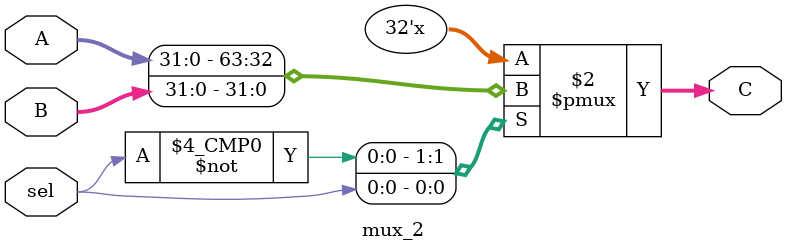
<source format=sv>
module mux_2 #(parameter N = 32) (input logic [N-1:0] A, B,
													input logic sel,
													output logic [N-1:0] C);

	always_comb
		case(sel)
		
			// 27-bit unsigned immediate
			1'b0: C = A;
			
			// 17-bit unsigned immediate
			1'b1: C = B;
			
			default: C = A; // undefined
			
		endcase
	
endmodule
</source>
